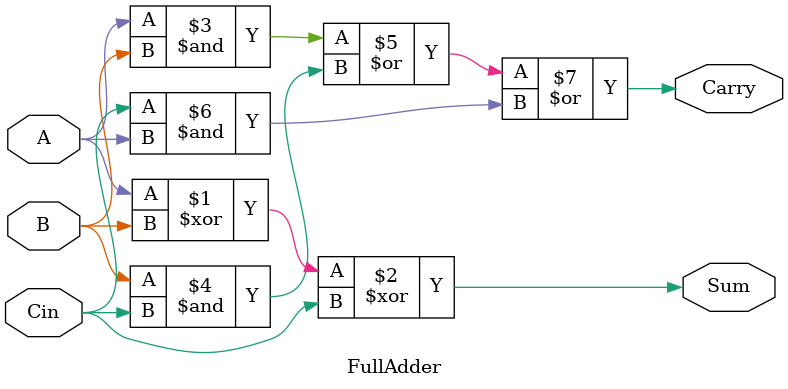
<source format=v>
module FullAdder(Sum,Carry,A,B,Cin);
  
  input A,B,Cin;
  output Sum,Carry;
  
  assign Sum = A^B^Cin;
  assign Carry = A&B | B&Cin | Cin&A;
  
endmodule

</source>
